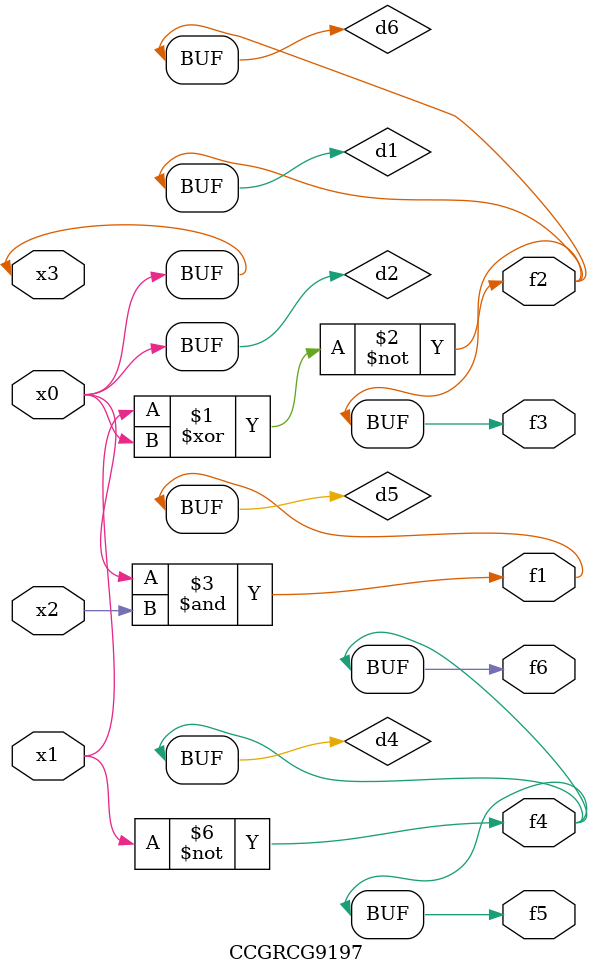
<source format=v>
module CCGRCG9197(
	input x0, x1, x2, x3,
	output f1, f2, f3, f4, f5, f6
);

	wire d1, d2, d3, d4, d5, d6;

	xnor (d1, x1, x3);
	buf (d2, x0, x3);
	nand (d3, x0, x2);
	not (d4, x1);
	nand (d5, d3);
	or (d6, d1);
	assign f1 = d5;
	assign f2 = d6;
	assign f3 = d6;
	assign f4 = d4;
	assign f5 = d4;
	assign f6 = d4;
endmodule

</source>
